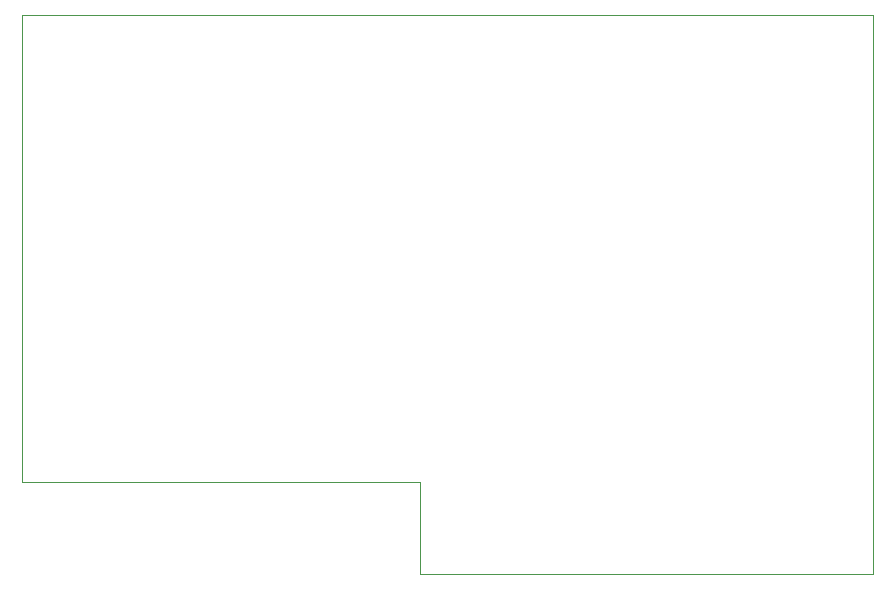
<source format=gm1>
G04 #@! TF.GenerationSoftware,KiCad,Pcbnew,5.1.5-52549c5~86~ubuntu18.04.1*
G04 #@! TF.CreationDate,2020-08-27T00:17:12-07:00*
G04 #@! TF.ProjectId,heat2sound_rx_and_tx,68656174-3273-46f7-956e-645f72785f61,rev?*
G04 #@! TF.SameCoordinates,Original*
G04 #@! TF.FileFunction,Profile,NP*
%FSLAX46Y46*%
G04 Gerber Fmt 4.6, Leading zero omitted, Abs format (unit mm)*
G04 Created by KiCad (PCBNEW 5.1.5-52549c5~86~ubuntu18.04.1) date 2020-08-27 00:17:12*
%MOMM*%
%LPD*%
G04 APERTURE LIST*
%ADD10C,0.099060*%
G04 APERTURE END LIST*
D10*
X151800000Y-136500000D02*
X151800000Y-96900000D01*
X185500000Y-136500000D02*
X151800000Y-136500000D01*
X185500000Y-144300000D02*
X185500000Y-136500000D01*
X223900000Y-144300000D02*
X185500000Y-144300000D01*
X223900000Y-96900000D02*
X223900000Y-144300000D01*
X151800000Y-96900000D02*
X223900000Y-96900000D01*
M02*

</source>
